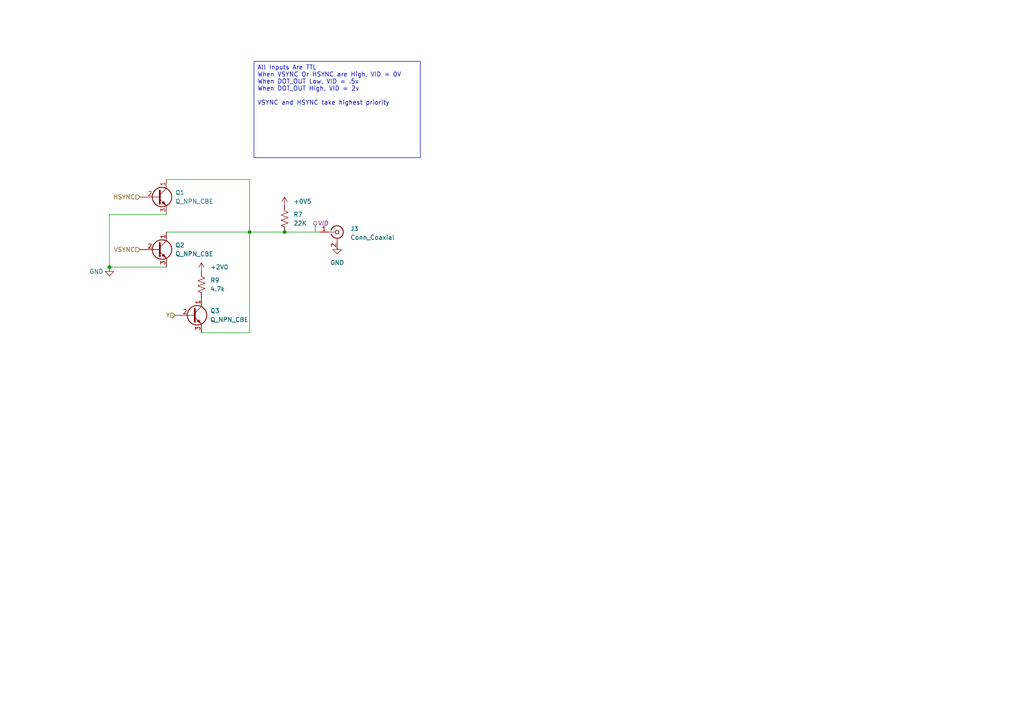
<source format=kicad_sch>
(kicad_sch (version 20230121) (generator eeschema)
  (paper "A4")
  (lib_symbols
    (symbol "Connector:Conn_Coaxial" (pin_names (offset 1.016) hide)
      (property "Reference" "J" (at 0.254 3.048 0))
      (property "Value" "Conn_Coaxial" (at 2.921 0 90))
      (symbol "Conn_Coaxial_0_1"
        (arc (start -1.778 -0.508) (mid 0.2311 -1.8066) (end 1.778 0) (stroke (width 0.254)))
        (polyline (pts (xy -2.54 0) (xy -0.508 0)))
        (polyline (pts (xy 0 -2.54) (xy 0 -1.778)))
        (circle (center 0 0) (radius 0.508) (stroke (width 0.2032)))
        (arc (start 1.778 0) (mid 0.2099 1.8101) (end -1.778 0.508) (stroke (width 0.254)))
      )
      (symbol "Conn_Coaxial_1_1"
        (pin passive line (at -5.08 0 0) (length 2.54) (name "In") (number "1"))
        (pin passive line (at 0 -5.08 90) (length 2.54) (name "Ext") (number "2"))
      )
    )
    (symbol "Device:Q_NPN_CBE" (pin_names (offset 0) hide)
      (property "Reference" "Q" (at 5.08 1.27 0))
      (property "Value" "Q_NPN_CBE" (at 5.08 -1.27 0))
      (symbol "Q_NPN_CBE_0_1"
        (polyline (pts (xy 0.635 0.635) (xy 2.54 2.54)))
        (polyline (pts (xy 0.635 -0.635) (xy 2.54 -2.54) (xy 2.54 -2.54)))
        (polyline (pts (xy 0.635 1.905) (xy 0.635 -1.905) (xy 0.635 -1.905)) (stroke (width 0.508)))
        (polyline (pts (xy 1.27 -1.778) (xy 1.778 -1.27) (xy 2.286 -2.286) (xy 1.27 -1.778) (xy 1.27 -1.778)) (fill (type outline)))
        (circle (center 1.27 0) (radius 2.8194) (stroke (width 0.254)))
      )
      (symbol "Q_NPN_CBE_1_1"
        (pin passive line (at 2.54 5.08 270) (length 2.54) (name "C") (number "1"))
        (pin input line (at -5.08 0 0) (length 5.715) (name "B") (number "2"))
        (pin passive line (at 2.54 -5.08 90) (length 2.54) (name "E") (number "3"))
      )
    )
    (symbol "Device:R_US" (pin_numbers hide) (pin_names (offset 0))
      (property "Reference" "R" (at 2.54 0 90))
      (property "Value" "R_US" (at -2.54 0 90))
      (symbol "R_US_0_1"
        (polyline (pts (xy 0 -2.286) (xy 0 -2.54)))
        (polyline (pts (xy 0 2.286) (xy 0 2.54)))
        (polyline (pts (xy 0 -0.762) (xy 1.016 -1.143) (xy 0 -1.524) (xy -1.016 -1.905) (xy 0 -2.286)))
        (polyline (pts (xy 0 0.762) (xy 1.016 0.381) (xy 0 0) (xy -1.016 -0.381) (xy 0 -0.762)))
        (polyline (pts (xy 0 2.286) (xy 1.016 1.905) (xy 0 1.524) (xy -1.016 1.143) (xy 0 0.762)))
      )
      (symbol "R_US_1_1"
        (pin passive line (at 0 3.81 270) (length 1.27) (name "~") (number "1"))
        (pin passive line (at 0 -3.81 90) (length 1.27) (name "~") (number "2"))
      )
    )
    (symbol "New_Library:+0V5" (power) (in_bom no) (on_board no)
      (property "Value" "+0V5" (at 0 4.445 0))
      (symbol "+0V5_0_1"
        (polyline (pts (xy -0.762 1.27) (xy 0 2.54)))
        (polyline (pts (xy 0 0) (xy 0 2.54)))
        (polyline (pts (xy 0 2.54) (xy 0.762 1.27)))
      )
      (symbol "+0V5_1_1"
        (pin power_in line (at 0 0 90) (length 0) hide (name "+0V5") (number "1"))
      )
    )
    (symbol "New_Library:+2V" (power) (in_bom no) (on_board no)
      (property "Value" "+2V" (at 0 4.445 0))
      (symbol "+2V_0_1"
        (polyline (pts (xy -0.762 1.27) (xy 0 2.54)))
        (polyline (pts (xy 0 0) (xy 0 2.54)))
        (polyline (pts (xy 0 2.54) (xy 0.762 1.27)))
      )
      (symbol "+2V_1_1"
        (pin power_in line (at 0 0 90) (length 0) hide (name "+2V0") (number "1"))
      )
    )
    (symbol "power:GND" (power) (pin_names (offset 0))
      (property "Value" "GND" (at 0 -3.81 0))
      (symbol "GND_0_1"
        (polyline (pts (xy 0 0) (xy 0 -1.27) (xy 1.27 -1.27) (xy 0 -2.54) (xy -1.27 -1.27) (xy 0 -1.27)))
      )
      (symbol "GND_1_1"
        (pin power_in line (at 0 0 270) (length 0) hide (name "GND") (number "1"))
      )
    )
  )
  (junction (at 82.55 67.31))
  (junction (at 31.75 77.47))
  (junction (at 72.39 67.31))
  (wire (pts (xy 97.79 72.39) (xy 97.79 71.12)))
  (wire (pts (xy 82.55 67.31) (xy 92.71 67.31)))
  (wire (pts (xy 31.75 77.47) (xy 48.26 77.47)))
  (wire (pts (xy 72.39 67.31) (xy 82.55 67.31)))
  (wire (pts (xy 72.39 52.07) (xy 72.39 67.31)))
  (wire (pts (xy 48.26 67.31) (xy 72.39 67.31)))
  (wire (pts (xy 48.26 62.23) (xy 31.75 62.23)))
  (wire (pts (xy 48.26 52.07) (xy 72.39 52.07)))
  (wire (pts (xy 58.42 96.52) (xy 72.39 96.52)))
  (wire (pts (xy 72.39 67.31) (xy 72.39 96.52)))
  (wire (pts (xy 31.75 62.23) (xy 31.75 77.47)))
  (text_box "All Inputs Are TTL\nWhen VSYNC Or HSYNC are High, VID = 0V\nWhen DOT_OUT Low, VID = .5v\nWhen DOT_OUT High, VID = 2v\n\nVSYNC and HSYNC take highest priority" (at 73.66 17.78 0) (size 48.26 27.94) (effects (font (size 1.27 1.27)) (justify left top)))
  (hierarchical_label "HSYNC" (shape input) (at 40.64 57.15 180))
  (hierarchical_label "Y" (shape input) (at 50.8 91.44 180))
  (hierarchical_label "VSYNC" (shape input) (at 40.64 72.39 180))
  (netclass_flag "" (length 2.54) (shape round) (at 91.44 67.31 0) (property "Netclass" "VID" (at 92.1385 64.77 0) (effects (font italic) (justify left))))
  (symbol (lib_id "power:GND") (at 97.79 71.12 0) (unit 1)
    (property "Reference" "#PWR090" (effects hide))
    (property "Value" "GND" (at 97.79 76.2 0))
  )
  (symbol (lib_id "Device:Q_NPN_CBE") (at 55.88 91.44 0) (unit 1)
    (property "Reference" "Q3" (at 60.96 90.17 0) (effects (justify left)))
    (property "Value" "Q_NPN_CBE" (at 60.96 92.71 0) (effects (justify left)))
  )
  (symbol (lib_id "Device:Q_NPN_CBE") (at 45.72 72.39 0) (unit 1)
    (property "Reference" "Q2" (at 50.8 71.12 0) (effects (justify left)))
    (property "Value" "Q_NPN_CBE" (at 50.8 73.66 0) (effects (justify left)))
  )
  (symbol (lib_id "New_Library:+0V5") (at 82.55 59.69 0) (unit 1) (in_bom no) (on_board no)
    (property "Reference" "U048" (effects hide))
    (property "Value" "+0V5" (at 85.09 58.42 0) (effects (justify left)))
  )
  (symbol (lib_id "Device:R_US") (at 82.55 63.5 0) (unit 1)
    (property "Reference" "R7" (at 85.09 62.23 0) (effects (justify left)))
    (property "Value" "22K" (at 85.09 64.77 0) (effects (justify left)))
  )
  (symbol (lib_id "Device:Q_NPN_CBE") (at 45.72 57.15 0) (unit 1)
    (property "Reference" "Q1" (at 50.8 55.88 0) (effects (justify left)))
    (property "Value" "Q_NPN_CBE" (at 50.8 58.42 0) (effects (justify left)))
  )
  (symbol (lib_id "New_Library:+2V") (at 58.42 78.74 0) (unit 1) (in_bom no) (on_board no)
    (property "Reference" "U047" (effects hide))
    (property "Value" "+2V" (at 60.96 77.47 0) (effects (justify left)))
  )
  (symbol (lib_id "power:GND") (at 31.75 77.47 0) (unit 1)
    (property "Reference" "#PWR091" (effects hide))
    (property "Value" "GND" (at 27.94 78.74 0))
  )
  (symbol (lib_id "Connector:Conn_Coaxial") (at 97.79 67.31 0) (unit 1)
    (property "Reference" "J3" (at 101.6 66.3332 0) (effects (justify left)))
    (property "Value" "Conn_Coaxial" (at 101.6 68.8732 0) (effects (justify left)))
    (property "Datasheet" " ~" (effects hide))
  )
  (symbol (lib_id "Device:R_US") (at 58.42 82.55 0) (unit 1)
    (property "Reference" "R9" (at 60.96 81.28 0) (effects (justify left)))
    (property "Value" "4.7k" (at 60.96 83.82 0) (effects (justify left)))
  )
)
</source>
